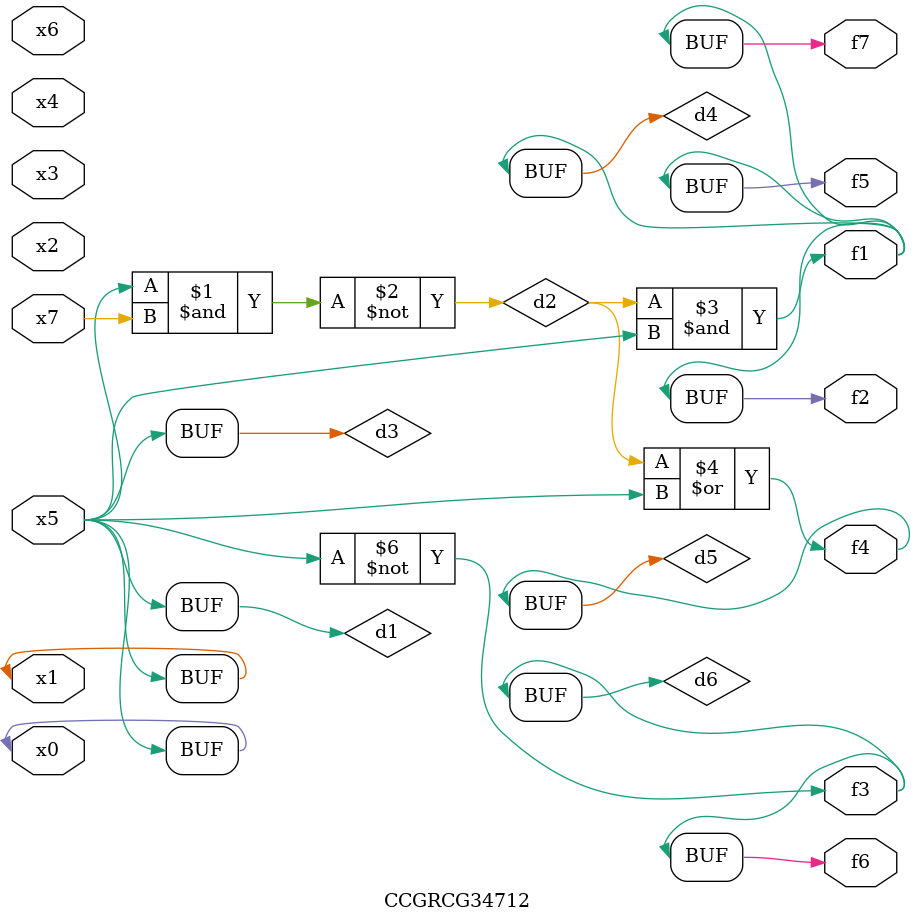
<source format=v>
module CCGRCG34712(
	input x0, x1, x2, x3, x4, x5, x6, x7,
	output f1, f2, f3, f4, f5, f6, f7
);

	wire d1, d2, d3, d4, d5, d6;

	buf (d1, x0, x5);
	nand (d2, x5, x7);
	buf (d3, x0, x1);
	and (d4, d2, d3);
	or (d5, d2, d3);
	nor (d6, d1, d3);
	assign f1 = d4;
	assign f2 = d4;
	assign f3 = d6;
	assign f4 = d5;
	assign f5 = d4;
	assign f6 = d6;
	assign f7 = d4;
endmodule

</source>
